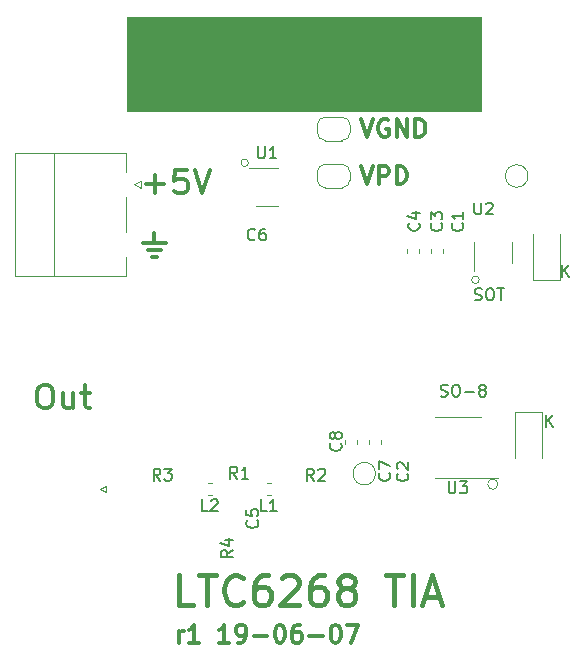
<source format=gbr>
G04 #@! TF.GenerationSoftware,KiCad,Pcbnew,5.1.2-1.fc30*
G04 #@! TF.CreationDate,2019-06-07T11:55:58+09:00*
G04 #@! TF.ProjectId,ltc6268_tia,6c746336-3236-4385-9f74-69612e6b6963,rev?*
G04 #@! TF.SameCoordinates,Original*
G04 #@! TF.FileFunction,Legend,Top*
G04 #@! TF.FilePolarity,Positive*
%FSLAX46Y46*%
G04 Gerber Fmt 4.6, Leading zero omitted, Abs format (unit mm)*
G04 Created by KiCad (PCBNEW 5.1.2-1.fc30) date 2019-06-07 11:55:58*
%MOMM*%
%LPD*%
G04 APERTURE LIST*
%ADD10C,0.300000*%
%ADD11C,0.100000*%
%ADD12C,0.120000*%
%ADD13C,0.150000*%
%ADD14C,0.400000*%
G04 APERTURE END LIST*
D10*
X89837857Y-37678571D02*
X90337857Y-39178571D01*
X90837857Y-37678571D01*
X91337857Y-39178571D02*
X91337857Y-37678571D01*
X91909285Y-37678571D01*
X92052142Y-37750000D01*
X92123571Y-37821428D01*
X92195000Y-37964285D01*
X92195000Y-38178571D01*
X92123571Y-38321428D01*
X92052142Y-38392857D01*
X91909285Y-38464285D01*
X91337857Y-38464285D01*
X92837857Y-39178571D02*
X92837857Y-37678571D01*
X93195000Y-37678571D01*
X93409285Y-37750000D01*
X93552142Y-37892857D01*
X93623571Y-38035714D01*
X93695000Y-38321428D01*
X93695000Y-38535714D01*
X93623571Y-38821428D01*
X93552142Y-38964285D01*
X93409285Y-39107142D01*
X93195000Y-39178571D01*
X92837857Y-39178571D01*
X89837857Y-33678571D02*
X90337857Y-35178571D01*
X90837857Y-33678571D01*
X92123571Y-33750000D02*
X91980714Y-33678571D01*
X91766428Y-33678571D01*
X91552142Y-33750000D01*
X91409285Y-33892857D01*
X91337857Y-34035714D01*
X91266428Y-34321428D01*
X91266428Y-34535714D01*
X91337857Y-34821428D01*
X91409285Y-34964285D01*
X91552142Y-35107142D01*
X91766428Y-35178571D01*
X91909285Y-35178571D01*
X92123571Y-35107142D01*
X92195000Y-35035714D01*
X92195000Y-34535714D01*
X91909285Y-34535714D01*
X92837857Y-35178571D02*
X92837857Y-33678571D01*
X93695000Y-35178571D01*
X93695000Y-33678571D01*
X94409285Y-35178571D02*
X94409285Y-33678571D01*
X94766428Y-33678571D01*
X94980714Y-33750000D01*
X95123571Y-33892857D01*
X95195000Y-34035714D01*
X95266428Y-34321428D01*
X95266428Y-34535714D01*
X95195000Y-34821428D01*
X95123571Y-34964285D01*
X94980714Y-35107142D01*
X94766428Y-35178571D01*
X94409285Y-35178571D01*
D11*
G36*
X100000000Y-33000000D02*
G01*
X70000000Y-33000000D01*
X70000000Y-25000000D01*
X100000000Y-25000000D01*
X100000000Y-33000000D01*
G37*
X100000000Y-33000000D02*
X70000000Y-33000000D01*
X70000000Y-25000000D01*
X100000000Y-25000000D01*
X100000000Y-33000000D01*
D10*
X74384285Y-77998571D02*
X74384285Y-76998571D01*
X74384285Y-77284285D02*
X74455714Y-77141428D01*
X74527142Y-77070000D01*
X74670000Y-76998571D01*
X74812857Y-76998571D01*
X76098571Y-77998571D02*
X75241428Y-77998571D01*
X75670000Y-77998571D02*
X75670000Y-76498571D01*
X75527142Y-76712857D01*
X75384285Y-76855714D01*
X75241428Y-76927142D01*
X78670000Y-77998571D02*
X77812857Y-77998571D01*
X78241428Y-77998571D02*
X78241428Y-76498571D01*
X78098571Y-76712857D01*
X77955714Y-76855714D01*
X77812857Y-76927142D01*
X79384285Y-77998571D02*
X79670000Y-77998571D01*
X79812857Y-77927142D01*
X79884285Y-77855714D01*
X80027142Y-77641428D01*
X80098571Y-77355714D01*
X80098571Y-76784285D01*
X80027142Y-76641428D01*
X79955714Y-76570000D01*
X79812857Y-76498571D01*
X79527142Y-76498571D01*
X79384285Y-76570000D01*
X79312857Y-76641428D01*
X79241428Y-76784285D01*
X79241428Y-77141428D01*
X79312857Y-77284285D01*
X79384285Y-77355714D01*
X79527142Y-77427142D01*
X79812857Y-77427142D01*
X79955714Y-77355714D01*
X80027142Y-77284285D01*
X80098571Y-77141428D01*
X80741428Y-77427142D02*
X81884285Y-77427142D01*
X82884285Y-76498571D02*
X83027142Y-76498571D01*
X83170000Y-76570000D01*
X83241428Y-76641428D01*
X83312857Y-76784285D01*
X83384285Y-77070000D01*
X83384285Y-77427142D01*
X83312857Y-77712857D01*
X83241428Y-77855714D01*
X83170000Y-77927142D01*
X83027142Y-77998571D01*
X82884285Y-77998571D01*
X82741428Y-77927142D01*
X82670000Y-77855714D01*
X82598571Y-77712857D01*
X82527142Y-77427142D01*
X82527142Y-77070000D01*
X82598571Y-76784285D01*
X82670000Y-76641428D01*
X82741428Y-76570000D01*
X82884285Y-76498571D01*
X84670000Y-76498571D02*
X84384285Y-76498571D01*
X84241428Y-76570000D01*
X84170000Y-76641428D01*
X84027142Y-76855714D01*
X83955714Y-77141428D01*
X83955714Y-77712857D01*
X84027142Y-77855714D01*
X84098571Y-77927142D01*
X84241428Y-77998571D01*
X84527142Y-77998571D01*
X84670000Y-77927142D01*
X84741428Y-77855714D01*
X84812857Y-77712857D01*
X84812857Y-77355714D01*
X84741428Y-77212857D01*
X84670000Y-77141428D01*
X84527142Y-77070000D01*
X84241428Y-77070000D01*
X84098571Y-77141428D01*
X84027142Y-77212857D01*
X83955714Y-77355714D01*
X85455714Y-77427142D02*
X86598571Y-77427142D01*
X87598571Y-76498571D02*
X87741428Y-76498571D01*
X87884285Y-76570000D01*
X87955714Y-76641428D01*
X88027142Y-76784285D01*
X88098571Y-77070000D01*
X88098571Y-77427142D01*
X88027142Y-77712857D01*
X87955714Y-77855714D01*
X87884285Y-77927142D01*
X87741428Y-77998571D01*
X87598571Y-77998571D01*
X87455714Y-77927142D01*
X87384285Y-77855714D01*
X87312857Y-77712857D01*
X87241428Y-77427142D01*
X87241428Y-77070000D01*
X87312857Y-76784285D01*
X87384285Y-76641428D01*
X87455714Y-76570000D01*
X87598571Y-76498571D01*
X88598571Y-76498571D02*
X89598571Y-76498571D01*
X88955714Y-77998571D01*
D12*
X80282570Y-37390000D02*
G75*
G03X80282570Y-37390000I-312570J0D01*
G01*
X99831403Y-47290000D02*
G75*
G03X99831403Y-47290000I-321403J0D01*
G01*
X101411856Y-64590000D02*
G75*
G03X101411856Y-64590000I-431856J0D01*
G01*
D13*
X105498095Y-59752380D02*
X105498095Y-58752380D01*
X106069523Y-59752380D02*
X105640952Y-59180952D01*
X106069523Y-58752380D02*
X105498095Y-59323809D01*
X106858095Y-47062380D02*
X106858095Y-46062380D01*
X107429523Y-47062380D02*
X107000952Y-46490952D01*
X107429523Y-46062380D02*
X106858095Y-46633809D01*
D10*
X62883333Y-56179761D02*
X63264285Y-56179761D01*
X63454761Y-56275000D01*
X63645238Y-56465476D01*
X63740476Y-56846428D01*
X63740476Y-57513095D01*
X63645238Y-57894047D01*
X63454761Y-58084523D01*
X63264285Y-58179761D01*
X62883333Y-58179761D01*
X62692857Y-58084523D01*
X62502380Y-57894047D01*
X62407142Y-57513095D01*
X62407142Y-56846428D01*
X62502380Y-56465476D01*
X62692857Y-56275000D01*
X62883333Y-56179761D01*
X65454761Y-56846428D02*
X65454761Y-58179761D01*
X64597619Y-56846428D02*
X64597619Y-57894047D01*
X64692857Y-58084523D01*
X64883333Y-58179761D01*
X65169047Y-58179761D01*
X65359523Y-58084523D01*
X65454761Y-57989285D01*
X66121428Y-56846428D02*
X66883333Y-56846428D01*
X66407142Y-56179761D02*
X66407142Y-57894047D01*
X66502380Y-58084523D01*
X66692857Y-58179761D01*
X66883333Y-58179761D01*
X71372619Y-44211904D02*
X73277380Y-44211904D01*
X71753571Y-44783333D02*
X72896428Y-44783333D01*
X72325000Y-43354761D02*
X72325000Y-44211904D01*
X72515476Y-45354761D02*
X72134523Y-45354761D01*
X71628571Y-39217857D02*
X73152380Y-39217857D01*
X72390476Y-39979761D02*
X72390476Y-38455952D01*
X75057142Y-37979761D02*
X74104761Y-37979761D01*
X74009523Y-38932142D01*
X74104761Y-38836904D01*
X74295238Y-38741666D01*
X74771428Y-38741666D01*
X74961904Y-38836904D01*
X75057142Y-38932142D01*
X75152380Y-39122619D01*
X75152380Y-39598809D01*
X75057142Y-39789285D01*
X74961904Y-39884523D01*
X74771428Y-39979761D01*
X74295238Y-39979761D01*
X74104761Y-39884523D01*
X74009523Y-39789285D01*
X75723809Y-37979761D02*
X76390476Y-39979761D01*
X77057142Y-37979761D01*
D13*
X96570238Y-57129761D02*
X96713095Y-57177380D01*
X96951190Y-57177380D01*
X97046428Y-57129761D01*
X97094047Y-57082142D01*
X97141666Y-56986904D01*
X97141666Y-56891666D01*
X97094047Y-56796428D01*
X97046428Y-56748809D01*
X96951190Y-56701190D01*
X96760714Y-56653571D01*
X96665476Y-56605952D01*
X96617857Y-56558333D01*
X96570238Y-56463095D01*
X96570238Y-56367857D01*
X96617857Y-56272619D01*
X96665476Y-56225000D01*
X96760714Y-56177380D01*
X96998809Y-56177380D01*
X97141666Y-56225000D01*
X97760714Y-56177380D02*
X97951190Y-56177380D01*
X98046428Y-56225000D01*
X98141666Y-56320238D01*
X98189285Y-56510714D01*
X98189285Y-56844047D01*
X98141666Y-57034523D01*
X98046428Y-57129761D01*
X97951190Y-57177380D01*
X97760714Y-57177380D01*
X97665476Y-57129761D01*
X97570238Y-57034523D01*
X97522619Y-56844047D01*
X97522619Y-56510714D01*
X97570238Y-56320238D01*
X97665476Y-56225000D01*
X97760714Y-56177380D01*
X98617857Y-56796428D02*
X99379761Y-56796428D01*
X99998809Y-56605952D02*
X99903571Y-56558333D01*
X99855952Y-56510714D01*
X99808333Y-56415476D01*
X99808333Y-56367857D01*
X99855952Y-56272619D01*
X99903571Y-56225000D01*
X99998809Y-56177380D01*
X100189285Y-56177380D01*
X100284523Y-56225000D01*
X100332142Y-56272619D01*
X100379761Y-56367857D01*
X100379761Y-56415476D01*
X100332142Y-56510714D01*
X100284523Y-56558333D01*
X100189285Y-56605952D01*
X99998809Y-56605952D01*
X99903571Y-56653571D01*
X99855952Y-56701190D01*
X99808333Y-56796428D01*
X99808333Y-56986904D01*
X99855952Y-57082142D01*
X99903571Y-57129761D01*
X99998809Y-57177380D01*
X100189285Y-57177380D01*
X100284523Y-57129761D01*
X100332142Y-57082142D01*
X100379761Y-56986904D01*
X100379761Y-56796428D01*
X100332142Y-56701190D01*
X100284523Y-56653571D01*
X100189285Y-56605952D01*
X99449523Y-48974761D02*
X99592380Y-49022380D01*
X99830476Y-49022380D01*
X99925714Y-48974761D01*
X99973333Y-48927142D01*
X100020952Y-48831904D01*
X100020952Y-48736666D01*
X99973333Y-48641428D01*
X99925714Y-48593809D01*
X99830476Y-48546190D01*
X99640000Y-48498571D01*
X99544761Y-48450952D01*
X99497142Y-48403333D01*
X99449523Y-48308095D01*
X99449523Y-48212857D01*
X99497142Y-48117619D01*
X99544761Y-48070000D01*
X99640000Y-48022380D01*
X99878095Y-48022380D01*
X100020952Y-48070000D01*
X100640000Y-48022380D02*
X100830476Y-48022380D01*
X100925714Y-48070000D01*
X101020952Y-48165238D01*
X101068571Y-48355714D01*
X101068571Y-48689047D01*
X101020952Y-48879523D01*
X100925714Y-48974761D01*
X100830476Y-49022380D01*
X100640000Y-49022380D01*
X100544761Y-48974761D01*
X100449523Y-48879523D01*
X100401904Y-48689047D01*
X100401904Y-48355714D01*
X100449523Y-48165238D01*
X100544761Y-48070000D01*
X100640000Y-48022380D01*
X101354285Y-48022380D02*
X101925714Y-48022380D01*
X101640000Y-49022380D02*
X101640000Y-48022380D01*
D14*
X75618095Y-74820952D02*
X74427619Y-74820952D01*
X74427619Y-72320952D01*
X76094285Y-72320952D02*
X77522857Y-72320952D01*
X76808571Y-74820952D02*
X76808571Y-72320952D01*
X79784761Y-74582857D02*
X79665714Y-74701904D01*
X79308571Y-74820952D01*
X79070476Y-74820952D01*
X78713333Y-74701904D01*
X78475238Y-74463809D01*
X78356190Y-74225714D01*
X78237142Y-73749523D01*
X78237142Y-73392380D01*
X78356190Y-72916190D01*
X78475238Y-72678095D01*
X78713333Y-72440000D01*
X79070476Y-72320952D01*
X79308571Y-72320952D01*
X79665714Y-72440000D01*
X79784761Y-72559047D01*
X81927619Y-72320952D02*
X81451428Y-72320952D01*
X81213333Y-72440000D01*
X81094285Y-72559047D01*
X80856190Y-72916190D01*
X80737142Y-73392380D01*
X80737142Y-74344761D01*
X80856190Y-74582857D01*
X80975238Y-74701904D01*
X81213333Y-74820952D01*
X81689523Y-74820952D01*
X81927619Y-74701904D01*
X82046666Y-74582857D01*
X82165714Y-74344761D01*
X82165714Y-73749523D01*
X82046666Y-73511428D01*
X81927619Y-73392380D01*
X81689523Y-73273333D01*
X81213333Y-73273333D01*
X80975238Y-73392380D01*
X80856190Y-73511428D01*
X80737142Y-73749523D01*
X83118095Y-72559047D02*
X83237142Y-72440000D01*
X83475238Y-72320952D01*
X84070476Y-72320952D01*
X84308571Y-72440000D01*
X84427619Y-72559047D01*
X84546666Y-72797142D01*
X84546666Y-73035238D01*
X84427619Y-73392380D01*
X82999047Y-74820952D01*
X84546666Y-74820952D01*
X86689523Y-72320952D02*
X86213333Y-72320952D01*
X85975238Y-72440000D01*
X85856190Y-72559047D01*
X85618095Y-72916190D01*
X85499047Y-73392380D01*
X85499047Y-74344761D01*
X85618095Y-74582857D01*
X85737142Y-74701904D01*
X85975238Y-74820952D01*
X86451428Y-74820952D01*
X86689523Y-74701904D01*
X86808571Y-74582857D01*
X86927619Y-74344761D01*
X86927619Y-73749523D01*
X86808571Y-73511428D01*
X86689523Y-73392380D01*
X86451428Y-73273333D01*
X85975238Y-73273333D01*
X85737142Y-73392380D01*
X85618095Y-73511428D01*
X85499047Y-73749523D01*
X88356190Y-73392380D02*
X88118095Y-73273333D01*
X87999047Y-73154285D01*
X87880000Y-72916190D01*
X87880000Y-72797142D01*
X87999047Y-72559047D01*
X88118095Y-72440000D01*
X88356190Y-72320952D01*
X88832380Y-72320952D01*
X89070476Y-72440000D01*
X89189523Y-72559047D01*
X89308571Y-72797142D01*
X89308571Y-72916190D01*
X89189523Y-73154285D01*
X89070476Y-73273333D01*
X88832380Y-73392380D01*
X88356190Y-73392380D01*
X88118095Y-73511428D01*
X87999047Y-73630476D01*
X87880000Y-73868571D01*
X87880000Y-74344761D01*
X87999047Y-74582857D01*
X88118095Y-74701904D01*
X88356190Y-74820952D01*
X88832380Y-74820952D01*
X89070476Y-74701904D01*
X89189523Y-74582857D01*
X89308571Y-74344761D01*
X89308571Y-73868571D01*
X89189523Y-73630476D01*
X89070476Y-73511428D01*
X88832380Y-73392380D01*
X91927619Y-72320952D02*
X93356190Y-72320952D01*
X92641904Y-74820952D02*
X92641904Y-72320952D01*
X94189523Y-74820952D02*
X94189523Y-72320952D01*
X95260952Y-74106666D02*
X96451428Y-74106666D01*
X95022857Y-74820952D02*
X95856190Y-72320952D01*
X96689523Y-74820952D01*
D12*
X82171267Y-64490000D02*
X81828733Y-64490000D01*
X82171267Y-65510000D02*
X81828733Y-65510000D01*
X77171267Y-64490000D02*
X76828733Y-64490000D01*
X77171267Y-65510000D02*
X76828733Y-65510000D01*
X71200000Y-38900000D02*
X71200000Y-39500000D01*
X70600000Y-39200000D02*
X71200000Y-38900000D01*
X71200000Y-39500000D02*
X70600000Y-39200000D01*
X63800000Y-36550000D02*
X63800000Y-46930000D01*
X69910000Y-40250000D02*
X69910000Y-43230000D01*
X69910000Y-46930000D02*
X69910000Y-45330000D01*
X69910000Y-36550000D02*
X69910000Y-38150000D01*
X60490000Y-46930000D02*
X69910000Y-46930000D01*
X60490000Y-36550000D02*
X60490000Y-46930000D01*
X69910000Y-36550000D02*
X60490000Y-36550000D01*
X102865000Y-58465000D02*
X102865000Y-62350000D01*
X105135000Y-58465000D02*
X102865000Y-58465000D01*
X105135000Y-62350000D02*
X105135000Y-58465000D01*
X106635000Y-47285000D02*
X106635000Y-43400000D01*
X104365000Y-47285000D02*
X106635000Y-47285000D01*
X104365000Y-43400000D02*
X104365000Y-47285000D01*
X99390000Y-44100000D02*
X99390000Y-46550000D01*
X102610000Y-45900000D02*
X102610000Y-44100000D01*
X89510000Y-61171267D02*
X89510000Y-60828733D01*
X88490000Y-61171267D02*
X88490000Y-60828733D01*
X91510000Y-61171267D02*
X91510000Y-60828733D01*
X90490000Y-61171267D02*
X90490000Y-60828733D01*
X93740000Y-44678733D02*
X93740000Y-45021267D01*
X94760000Y-44678733D02*
X94760000Y-45021267D01*
X95740000Y-44678733D02*
X95740000Y-45021267D01*
X96760000Y-44678733D02*
X96760000Y-45021267D01*
X98000000Y-64060000D02*
X101450000Y-64060000D01*
X98000000Y-64060000D02*
X96050000Y-64060000D01*
X98000000Y-58940000D02*
X99950000Y-58940000D01*
X98000000Y-58940000D02*
X96050000Y-58940000D01*
X82750000Y-37840000D02*
X80300000Y-37840000D01*
X80950000Y-41060000D02*
X82750000Y-41060000D01*
X91050000Y-63700000D02*
G75*
G03X91050000Y-63700000I-950000J0D01*
G01*
X103950000Y-38500000D02*
G75*
G03X103950000Y-38500000I-950000J0D01*
G01*
X86800000Y-37500000D02*
X88200000Y-37500000D01*
X88900000Y-38200000D02*
X88900000Y-38800000D01*
X88200000Y-39500000D02*
X86800000Y-39500000D01*
X86100000Y-38800000D02*
X86100000Y-38200000D01*
X86100000Y-38200000D02*
G75*
G02X86800000Y-37500000I700000J0D01*
G01*
X86800000Y-39500000D02*
G75*
G02X86100000Y-38800000I0J700000D01*
G01*
X88900000Y-38800000D02*
G75*
G02X88200000Y-39500000I-700000J0D01*
G01*
X88200000Y-37500000D02*
G75*
G02X88900000Y-38200000I0J-700000D01*
G01*
X86800000Y-33500000D02*
X88200000Y-33500000D01*
X88900000Y-34200000D02*
X88900000Y-34800000D01*
X88200000Y-35500000D02*
X86800000Y-35500000D01*
X86100000Y-34800000D02*
X86100000Y-34200000D01*
X86100000Y-34200000D02*
G75*
G02X86800000Y-33500000I700000J0D01*
G01*
X86800000Y-35500000D02*
G75*
G02X86100000Y-34800000I0J700000D01*
G01*
X88900000Y-34800000D02*
G75*
G02X88200000Y-35500000I-700000J0D01*
G01*
X88200000Y-33500000D02*
G75*
G02X88900000Y-34200000I0J-700000D01*
G01*
X67710000Y-65000000D02*
X68210000Y-65250000D01*
X68210000Y-65250000D02*
X68210000Y-64750000D01*
X68210000Y-64750000D02*
X67710000Y-65000000D01*
D13*
X81833333Y-66882380D02*
X81357142Y-66882380D01*
X81357142Y-65882380D01*
X82690476Y-66882380D02*
X82119047Y-66882380D01*
X82404761Y-66882380D02*
X82404761Y-65882380D01*
X82309523Y-66025238D01*
X82214285Y-66120476D01*
X82119047Y-66168095D01*
X76833333Y-66882380D02*
X76357142Y-66882380D01*
X76357142Y-65882380D01*
X77119047Y-65977619D02*
X77166666Y-65930000D01*
X77261904Y-65882380D01*
X77500000Y-65882380D01*
X77595238Y-65930000D01*
X77642857Y-65977619D01*
X77690476Y-66072857D01*
X77690476Y-66168095D01*
X77642857Y-66310952D01*
X77071428Y-66882380D01*
X77690476Y-66882380D01*
X85833333Y-64282380D02*
X85500000Y-63806190D01*
X85261904Y-64282380D02*
X85261904Y-63282380D01*
X85642857Y-63282380D01*
X85738095Y-63330000D01*
X85785714Y-63377619D01*
X85833333Y-63472857D01*
X85833333Y-63615714D01*
X85785714Y-63710952D01*
X85738095Y-63758571D01*
X85642857Y-63806190D01*
X85261904Y-63806190D01*
X86214285Y-63377619D02*
X86261904Y-63330000D01*
X86357142Y-63282380D01*
X86595238Y-63282380D01*
X86690476Y-63330000D01*
X86738095Y-63377619D01*
X86785714Y-63472857D01*
X86785714Y-63568095D01*
X86738095Y-63710952D01*
X86166666Y-64282380D01*
X86785714Y-64282380D01*
X79333333Y-64122380D02*
X79000000Y-63646190D01*
X78761904Y-64122380D02*
X78761904Y-63122380D01*
X79142857Y-63122380D01*
X79238095Y-63170000D01*
X79285714Y-63217619D01*
X79333333Y-63312857D01*
X79333333Y-63455714D01*
X79285714Y-63550952D01*
X79238095Y-63598571D01*
X79142857Y-63646190D01*
X78761904Y-63646190D01*
X80285714Y-64122380D02*
X79714285Y-64122380D01*
X80000000Y-64122380D02*
X80000000Y-63122380D01*
X79904761Y-63265238D01*
X79809523Y-63360476D01*
X79714285Y-63408095D01*
X72833333Y-64282380D02*
X72500000Y-63806190D01*
X72261904Y-64282380D02*
X72261904Y-63282380D01*
X72642857Y-63282380D01*
X72738095Y-63330000D01*
X72785714Y-63377619D01*
X72833333Y-63472857D01*
X72833333Y-63615714D01*
X72785714Y-63710952D01*
X72738095Y-63758571D01*
X72642857Y-63806190D01*
X72261904Y-63806190D01*
X73166666Y-63282380D02*
X73785714Y-63282380D01*
X73452380Y-63663333D01*
X73595238Y-63663333D01*
X73690476Y-63710952D01*
X73738095Y-63758571D01*
X73785714Y-63853809D01*
X73785714Y-64091904D01*
X73738095Y-64187142D01*
X73690476Y-64234761D01*
X73595238Y-64282380D01*
X73309523Y-64282380D01*
X73214285Y-64234761D01*
X73166666Y-64187142D01*
X78952380Y-70166666D02*
X78476190Y-70500000D01*
X78952380Y-70738095D02*
X77952380Y-70738095D01*
X77952380Y-70357142D01*
X78000000Y-70261904D01*
X78047619Y-70214285D01*
X78142857Y-70166666D01*
X78285714Y-70166666D01*
X78380952Y-70214285D01*
X78428571Y-70261904D01*
X78476190Y-70357142D01*
X78476190Y-70738095D01*
X78285714Y-69309523D02*
X78952380Y-69309523D01*
X77904761Y-69547619D02*
X78619047Y-69785714D01*
X78619047Y-69166666D01*
X81027142Y-67666666D02*
X81074761Y-67714285D01*
X81122380Y-67857142D01*
X81122380Y-67952380D01*
X81074761Y-68095238D01*
X80979523Y-68190476D01*
X80884285Y-68238095D01*
X80693809Y-68285714D01*
X80550952Y-68285714D01*
X80360476Y-68238095D01*
X80265238Y-68190476D01*
X80170000Y-68095238D01*
X80122380Y-67952380D01*
X80122380Y-67857142D01*
X80170000Y-67714285D01*
X80217619Y-67666666D01*
X80122380Y-66761904D02*
X80122380Y-67238095D01*
X80598571Y-67285714D01*
X80550952Y-67238095D01*
X80503333Y-67142857D01*
X80503333Y-66904761D01*
X80550952Y-66809523D01*
X80598571Y-66761904D01*
X80693809Y-66714285D01*
X80931904Y-66714285D01*
X81027142Y-66761904D01*
X81074761Y-66809523D01*
X81122380Y-66904761D01*
X81122380Y-67142857D01*
X81074761Y-67238095D01*
X81027142Y-67285714D01*
X99418095Y-40752380D02*
X99418095Y-41561904D01*
X99465714Y-41657142D01*
X99513333Y-41704761D01*
X99608571Y-41752380D01*
X99799047Y-41752380D01*
X99894285Y-41704761D01*
X99941904Y-41657142D01*
X99989523Y-41561904D01*
X99989523Y-40752380D01*
X100418095Y-40847619D02*
X100465714Y-40800000D01*
X100560952Y-40752380D01*
X100799047Y-40752380D01*
X100894285Y-40800000D01*
X100941904Y-40847619D01*
X100989523Y-40942857D01*
X100989523Y-41038095D01*
X100941904Y-41180952D01*
X100370476Y-41752380D01*
X100989523Y-41752380D01*
X88082142Y-61141666D02*
X88129761Y-61189285D01*
X88177380Y-61332142D01*
X88177380Y-61427380D01*
X88129761Y-61570238D01*
X88034523Y-61665476D01*
X87939285Y-61713095D01*
X87748809Y-61760714D01*
X87605952Y-61760714D01*
X87415476Y-61713095D01*
X87320238Y-61665476D01*
X87225000Y-61570238D01*
X87177380Y-61427380D01*
X87177380Y-61332142D01*
X87225000Y-61189285D01*
X87272619Y-61141666D01*
X87605952Y-60570238D02*
X87558333Y-60665476D01*
X87510714Y-60713095D01*
X87415476Y-60760714D01*
X87367857Y-60760714D01*
X87272619Y-60713095D01*
X87225000Y-60665476D01*
X87177380Y-60570238D01*
X87177380Y-60379761D01*
X87225000Y-60284523D01*
X87272619Y-60236904D01*
X87367857Y-60189285D01*
X87415476Y-60189285D01*
X87510714Y-60236904D01*
X87558333Y-60284523D01*
X87605952Y-60379761D01*
X87605952Y-60570238D01*
X87653571Y-60665476D01*
X87701190Y-60713095D01*
X87796428Y-60760714D01*
X87986904Y-60760714D01*
X88082142Y-60713095D01*
X88129761Y-60665476D01*
X88177380Y-60570238D01*
X88177380Y-60379761D01*
X88129761Y-60284523D01*
X88082142Y-60236904D01*
X87986904Y-60189285D01*
X87796428Y-60189285D01*
X87701190Y-60236904D01*
X87653571Y-60284523D01*
X87605952Y-60379761D01*
X92207142Y-63666666D02*
X92254761Y-63714285D01*
X92302380Y-63857142D01*
X92302380Y-63952380D01*
X92254761Y-64095238D01*
X92159523Y-64190476D01*
X92064285Y-64238095D01*
X91873809Y-64285714D01*
X91730952Y-64285714D01*
X91540476Y-64238095D01*
X91445238Y-64190476D01*
X91350000Y-64095238D01*
X91302380Y-63952380D01*
X91302380Y-63857142D01*
X91350000Y-63714285D01*
X91397619Y-63666666D01*
X91302380Y-63333333D02*
X91302380Y-62666666D01*
X92302380Y-63095238D01*
X80833333Y-43857142D02*
X80785714Y-43904761D01*
X80642857Y-43952380D01*
X80547619Y-43952380D01*
X80404761Y-43904761D01*
X80309523Y-43809523D01*
X80261904Y-43714285D01*
X80214285Y-43523809D01*
X80214285Y-43380952D01*
X80261904Y-43190476D01*
X80309523Y-43095238D01*
X80404761Y-43000000D01*
X80547619Y-42952380D01*
X80642857Y-42952380D01*
X80785714Y-43000000D01*
X80833333Y-43047619D01*
X81690476Y-42952380D02*
X81500000Y-42952380D01*
X81404761Y-43000000D01*
X81357142Y-43047619D01*
X81261904Y-43190476D01*
X81214285Y-43380952D01*
X81214285Y-43761904D01*
X81261904Y-43857142D01*
X81309523Y-43904761D01*
X81404761Y-43952380D01*
X81595238Y-43952380D01*
X81690476Y-43904761D01*
X81738095Y-43857142D01*
X81785714Y-43761904D01*
X81785714Y-43523809D01*
X81738095Y-43428571D01*
X81690476Y-43380952D01*
X81595238Y-43333333D01*
X81404761Y-43333333D01*
X81309523Y-43380952D01*
X81261904Y-43428571D01*
X81214285Y-43523809D01*
X94697142Y-42496666D02*
X94744761Y-42544285D01*
X94792380Y-42687142D01*
X94792380Y-42782380D01*
X94744761Y-42925238D01*
X94649523Y-43020476D01*
X94554285Y-43068095D01*
X94363809Y-43115714D01*
X94220952Y-43115714D01*
X94030476Y-43068095D01*
X93935238Y-43020476D01*
X93840000Y-42925238D01*
X93792380Y-42782380D01*
X93792380Y-42687142D01*
X93840000Y-42544285D01*
X93887619Y-42496666D01*
X94125714Y-41639523D02*
X94792380Y-41639523D01*
X93744761Y-41877619D02*
X94459047Y-42115714D01*
X94459047Y-41496666D01*
X96607142Y-42516666D02*
X96654761Y-42564285D01*
X96702380Y-42707142D01*
X96702380Y-42802380D01*
X96654761Y-42945238D01*
X96559523Y-43040476D01*
X96464285Y-43088095D01*
X96273809Y-43135714D01*
X96130952Y-43135714D01*
X95940476Y-43088095D01*
X95845238Y-43040476D01*
X95750000Y-42945238D01*
X95702380Y-42802380D01*
X95702380Y-42707142D01*
X95750000Y-42564285D01*
X95797619Y-42516666D01*
X95702380Y-42183333D02*
X95702380Y-41564285D01*
X96083333Y-41897619D01*
X96083333Y-41754761D01*
X96130952Y-41659523D01*
X96178571Y-41611904D01*
X96273809Y-41564285D01*
X96511904Y-41564285D01*
X96607142Y-41611904D01*
X96654761Y-41659523D01*
X96702380Y-41754761D01*
X96702380Y-42040476D01*
X96654761Y-42135714D01*
X96607142Y-42183333D01*
X93732142Y-63691666D02*
X93779761Y-63739285D01*
X93827380Y-63882142D01*
X93827380Y-63977380D01*
X93779761Y-64120238D01*
X93684523Y-64215476D01*
X93589285Y-64263095D01*
X93398809Y-64310714D01*
X93255952Y-64310714D01*
X93065476Y-64263095D01*
X92970238Y-64215476D01*
X92875000Y-64120238D01*
X92827380Y-63977380D01*
X92827380Y-63882142D01*
X92875000Y-63739285D01*
X92922619Y-63691666D01*
X92922619Y-63310714D02*
X92875000Y-63263095D01*
X92827380Y-63167857D01*
X92827380Y-62929761D01*
X92875000Y-62834523D01*
X92922619Y-62786904D01*
X93017857Y-62739285D01*
X93113095Y-62739285D01*
X93255952Y-62786904D01*
X93827380Y-63358333D01*
X93827380Y-62739285D01*
X98397142Y-42516666D02*
X98444761Y-42564285D01*
X98492380Y-42707142D01*
X98492380Y-42802380D01*
X98444761Y-42945238D01*
X98349523Y-43040476D01*
X98254285Y-43088095D01*
X98063809Y-43135714D01*
X97920952Y-43135714D01*
X97730476Y-43088095D01*
X97635238Y-43040476D01*
X97540000Y-42945238D01*
X97492380Y-42802380D01*
X97492380Y-42707142D01*
X97540000Y-42564285D01*
X97587619Y-42516666D01*
X98492380Y-41564285D02*
X98492380Y-42135714D01*
X98492380Y-41850000D02*
X97492380Y-41850000D01*
X97635238Y-41945238D01*
X97730476Y-42040476D01*
X97778095Y-42135714D01*
X97238095Y-64352380D02*
X97238095Y-65161904D01*
X97285714Y-65257142D01*
X97333333Y-65304761D01*
X97428571Y-65352380D01*
X97619047Y-65352380D01*
X97714285Y-65304761D01*
X97761904Y-65257142D01*
X97809523Y-65161904D01*
X97809523Y-64352380D01*
X98190476Y-64352380D02*
X98809523Y-64352380D01*
X98476190Y-64733333D01*
X98619047Y-64733333D01*
X98714285Y-64780952D01*
X98761904Y-64828571D01*
X98809523Y-64923809D01*
X98809523Y-65161904D01*
X98761904Y-65257142D01*
X98714285Y-65304761D01*
X98619047Y-65352380D01*
X98333333Y-65352380D01*
X98238095Y-65304761D01*
X98190476Y-65257142D01*
X81088095Y-36002380D02*
X81088095Y-36811904D01*
X81135714Y-36907142D01*
X81183333Y-36954761D01*
X81278571Y-37002380D01*
X81469047Y-37002380D01*
X81564285Y-36954761D01*
X81611904Y-36907142D01*
X81659523Y-36811904D01*
X81659523Y-36002380D01*
X82659523Y-37002380D02*
X82088095Y-37002380D01*
X82373809Y-37002380D02*
X82373809Y-36002380D01*
X82278571Y-36145238D01*
X82183333Y-36240476D01*
X82088095Y-36288095D01*
M02*

</source>
